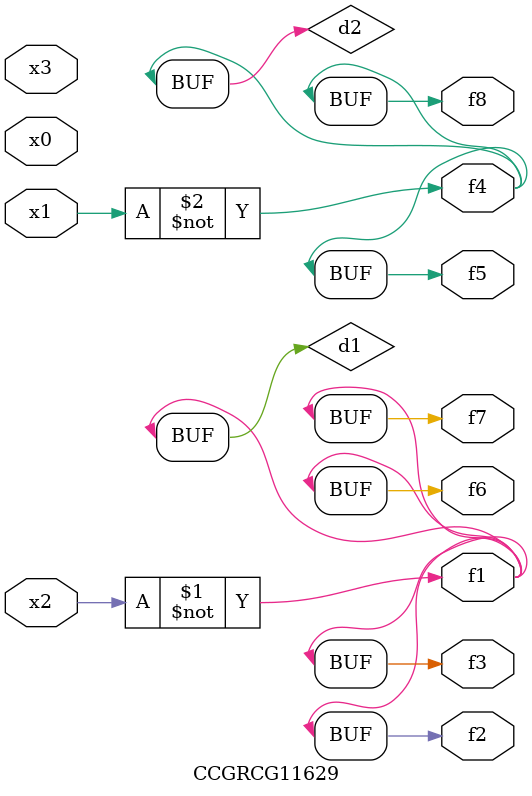
<source format=v>
module CCGRCG11629(
	input x0, x1, x2, x3,
	output f1, f2, f3, f4, f5, f6, f7, f8
);

	wire d1, d2;

	xnor (d1, x2);
	not (d2, x1);
	assign f1 = d1;
	assign f2 = d1;
	assign f3 = d1;
	assign f4 = d2;
	assign f5 = d2;
	assign f6 = d1;
	assign f7 = d1;
	assign f8 = d2;
endmodule

</source>
